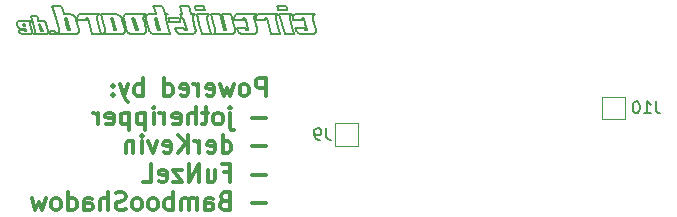
<source format=gbr>
%TF.GenerationSoftware,KiCad,Pcbnew,(6.0.7)*%
%TF.CreationDate,2022-09-12T19:31:41+02:00*%
%TF.ProjectId,Analog2HDMI,416e616c-6f67-4324-9844-4d492e6b6963,rev?*%
%TF.SameCoordinates,Original*%
%TF.FileFunction,Legend,Bot*%
%TF.FilePolarity,Positive*%
%FSLAX46Y46*%
G04 Gerber Fmt 4.6, Leading zero omitted, Abs format (unit mm)*
G04 Created by KiCad (PCBNEW (6.0.7)) date 2022-09-12 19:31:41*
%MOMM*%
%LPD*%
G01*
G04 APERTURE LIST*
%ADD10C,0.300000*%
%ADD11C,0.150000*%
%ADD12C,0.120000*%
G04 APERTURE END LIST*
D10*
X131859106Y-66227799D02*
X131859106Y-64727799D01*
X131287677Y-64727799D01*
X131144820Y-64799228D01*
X131073391Y-64870656D01*
X131001963Y-65013513D01*
X131001963Y-65227799D01*
X131073391Y-65370656D01*
X131144820Y-65442085D01*
X131287677Y-65513513D01*
X131859106Y-65513513D01*
X130144820Y-66227799D02*
X130287677Y-66156370D01*
X130359106Y-66084942D01*
X130430534Y-65942085D01*
X130430534Y-65513513D01*
X130359106Y-65370656D01*
X130287677Y-65299228D01*
X130144820Y-65227799D01*
X129930534Y-65227799D01*
X129787677Y-65299228D01*
X129716249Y-65370656D01*
X129644820Y-65513513D01*
X129644820Y-65942085D01*
X129716249Y-66084942D01*
X129787677Y-66156370D01*
X129930534Y-66227799D01*
X130144820Y-66227799D01*
X129144820Y-65227799D02*
X128859106Y-66227799D01*
X128573391Y-65513513D01*
X128287677Y-66227799D01*
X128001963Y-65227799D01*
X126859106Y-66156370D02*
X127001963Y-66227799D01*
X127287677Y-66227799D01*
X127430534Y-66156370D01*
X127501963Y-66013513D01*
X127501963Y-65442085D01*
X127430534Y-65299228D01*
X127287677Y-65227799D01*
X127001963Y-65227799D01*
X126859106Y-65299228D01*
X126787677Y-65442085D01*
X126787677Y-65584942D01*
X127501963Y-65727799D01*
X126144820Y-66227799D02*
X126144820Y-65227799D01*
X126144820Y-65513513D02*
X126073391Y-65370656D01*
X126001963Y-65299228D01*
X125859106Y-65227799D01*
X125716249Y-65227799D01*
X124644820Y-66156370D02*
X124787677Y-66227799D01*
X125073391Y-66227799D01*
X125216249Y-66156370D01*
X125287677Y-66013513D01*
X125287677Y-65442085D01*
X125216249Y-65299228D01*
X125073391Y-65227799D01*
X124787677Y-65227799D01*
X124644820Y-65299228D01*
X124573391Y-65442085D01*
X124573391Y-65584942D01*
X125287677Y-65727799D01*
X123287677Y-66227799D02*
X123287677Y-64727799D01*
X123287677Y-66156370D02*
X123430534Y-66227799D01*
X123716249Y-66227799D01*
X123859106Y-66156370D01*
X123930534Y-66084942D01*
X124001963Y-65942085D01*
X124001963Y-65513513D01*
X123930534Y-65370656D01*
X123859106Y-65299228D01*
X123716249Y-65227799D01*
X123430534Y-65227799D01*
X123287677Y-65299228D01*
X121430534Y-66227799D02*
X121430534Y-64727799D01*
X121430534Y-65299228D02*
X121287677Y-65227799D01*
X121001963Y-65227799D01*
X120859106Y-65299228D01*
X120787677Y-65370656D01*
X120716249Y-65513513D01*
X120716249Y-65942085D01*
X120787677Y-66084942D01*
X120859106Y-66156370D01*
X121001963Y-66227799D01*
X121287677Y-66227799D01*
X121430534Y-66156370D01*
X120216249Y-65227799D02*
X119859106Y-66227799D01*
X119501963Y-65227799D02*
X119859106Y-66227799D01*
X120001963Y-66584942D01*
X120073391Y-66656370D01*
X120216249Y-66727799D01*
X118930534Y-66084942D02*
X118859106Y-66156370D01*
X118930534Y-66227799D01*
X119001963Y-66156370D01*
X118930534Y-66084942D01*
X118930534Y-66227799D01*
X118930534Y-65299228D02*
X118859106Y-65370656D01*
X118930534Y-65442085D01*
X119001963Y-65370656D01*
X118930534Y-65299228D01*
X118930534Y-65442085D01*
X131859106Y-68071370D02*
X130716249Y-68071370D01*
X128859106Y-67642799D02*
X128859106Y-68928513D01*
X128930534Y-69071370D01*
X129073391Y-69142799D01*
X129144820Y-69142799D01*
X128859106Y-67142799D02*
X128930534Y-67214228D01*
X128859106Y-67285656D01*
X128787677Y-67214228D01*
X128859106Y-67142799D01*
X128859106Y-67285656D01*
X127930534Y-68642799D02*
X128073391Y-68571370D01*
X128144820Y-68499942D01*
X128216249Y-68357085D01*
X128216249Y-67928513D01*
X128144820Y-67785656D01*
X128073391Y-67714228D01*
X127930534Y-67642799D01*
X127716249Y-67642799D01*
X127573391Y-67714228D01*
X127501963Y-67785656D01*
X127430534Y-67928513D01*
X127430534Y-68357085D01*
X127501963Y-68499942D01*
X127573391Y-68571370D01*
X127716249Y-68642799D01*
X127930534Y-68642799D01*
X127001963Y-67642799D02*
X126430534Y-67642799D01*
X126787677Y-67142799D02*
X126787677Y-68428513D01*
X126716249Y-68571370D01*
X126573391Y-68642799D01*
X126430534Y-68642799D01*
X125930534Y-68642799D02*
X125930534Y-67142799D01*
X125287677Y-68642799D02*
X125287677Y-67857085D01*
X125359106Y-67714228D01*
X125501963Y-67642799D01*
X125716249Y-67642799D01*
X125859106Y-67714228D01*
X125930534Y-67785656D01*
X124001963Y-68571370D02*
X124144820Y-68642799D01*
X124430534Y-68642799D01*
X124573391Y-68571370D01*
X124644820Y-68428513D01*
X124644820Y-67857085D01*
X124573391Y-67714228D01*
X124430534Y-67642799D01*
X124144820Y-67642799D01*
X124001963Y-67714228D01*
X123930534Y-67857085D01*
X123930534Y-67999942D01*
X124644820Y-68142799D01*
X123287677Y-68642799D02*
X123287677Y-67642799D01*
X123287677Y-67928513D02*
X123216249Y-67785656D01*
X123144820Y-67714228D01*
X123001963Y-67642799D01*
X122859106Y-67642799D01*
X122359106Y-68642799D02*
X122359106Y-67642799D01*
X122359106Y-67142799D02*
X122430534Y-67214228D01*
X122359106Y-67285656D01*
X122287677Y-67214228D01*
X122359106Y-67142799D01*
X122359106Y-67285656D01*
X121644820Y-67642799D02*
X121644820Y-69142799D01*
X121644820Y-67714228D02*
X121501963Y-67642799D01*
X121216249Y-67642799D01*
X121073391Y-67714228D01*
X121001963Y-67785656D01*
X120930534Y-67928513D01*
X120930534Y-68357085D01*
X121001963Y-68499942D01*
X121073391Y-68571370D01*
X121216249Y-68642799D01*
X121501963Y-68642799D01*
X121644820Y-68571370D01*
X120287677Y-67642799D02*
X120287677Y-69142799D01*
X120287677Y-67714228D02*
X120144820Y-67642799D01*
X119859106Y-67642799D01*
X119716249Y-67714228D01*
X119644820Y-67785656D01*
X119573391Y-67928513D01*
X119573391Y-68357085D01*
X119644820Y-68499942D01*
X119716249Y-68571370D01*
X119859106Y-68642799D01*
X120144820Y-68642799D01*
X120287677Y-68571370D01*
X118359106Y-68571370D02*
X118501963Y-68642799D01*
X118787677Y-68642799D01*
X118930534Y-68571370D01*
X119001963Y-68428513D01*
X119001963Y-67857085D01*
X118930534Y-67714228D01*
X118787677Y-67642799D01*
X118501963Y-67642799D01*
X118359106Y-67714228D01*
X118287677Y-67857085D01*
X118287677Y-67999942D01*
X119001963Y-68142799D01*
X117644820Y-68642799D02*
X117644820Y-67642799D01*
X117644820Y-67928513D02*
X117573391Y-67785656D01*
X117501963Y-67714228D01*
X117359106Y-67642799D01*
X117216249Y-67642799D01*
X131859106Y-70486370D02*
X130716249Y-70486370D01*
X128216249Y-71057799D02*
X128216249Y-69557799D01*
X128216249Y-70986370D02*
X128359106Y-71057799D01*
X128644820Y-71057799D01*
X128787677Y-70986370D01*
X128859106Y-70914942D01*
X128930534Y-70772085D01*
X128930534Y-70343513D01*
X128859106Y-70200656D01*
X128787677Y-70129228D01*
X128644820Y-70057799D01*
X128359106Y-70057799D01*
X128216249Y-70129228D01*
X126930534Y-70986370D02*
X127073391Y-71057799D01*
X127359106Y-71057799D01*
X127501963Y-70986370D01*
X127573391Y-70843513D01*
X127573391Y-70272085D01*
X127501963Y-70129228D01*
X127359106Y-70057799D01*
X127073391Y-70057799D01*
X126930534Y-70129228D01*
X126859106Y-70272085D01*
X126859106Y-70414942D01*
X127573391Y-70557799D01*
X126216249Y-71057799D02*
X126216249Y-70057799D01*
X126216249Y-70343513D02*
X126144820Y-70200656D01*
X126073391Y-70129228D01*
X125930534Y-70057799D01*
X125787677Y-70057799D01*
X125287677Y-71057799D02*
X125287677Y-69557799D01*
X124430534Y-71057799D02*
X125073391Y-70200656D01*
X124430534Y-69557799D02*
X125287677Y-70414942D01*
X123216249Y-70986370D02*
X123359106Y-71057799D01*
X123644820Y-71057799D01*
X123787677Y-70986370D01*
X123859106Y-70843513D01*
X123859106Y-70272085D01*
X123787677Y-70129228D01*
X123644820Y-70057799D01*
X123359106Y-70057799D01*
X123216249Y-70129228D01*
X123144820Y-70272085D01*
X123144820Y-70414942D01*
X123859106Y-70557799D01*
X122644820Y-70057799D02*
X122287677Y-71057799D01*
X121930534Y-70057799D01*
X121359106Y-71057799D02*
X121359106Y-70057799D01*
X121359106Y-69557799D02*
X121430534Y-69629228D01*
X121359106Y-69700656D01*
X121287677Y-69629228D01*
X121359106Y-69557799D01*
X121359106Y-69700656D01*
X120644820Y-70057799D02*
X120644820Y-71057799D01*
X120644820Y-70200656D02*
X120573391Y-70129228D01*
X120430534Y-70057799D01*
X120216249Y-70057799D01*
X120073391Y-70129228D01*
X120001963Y-70272085D01*
X120001963Y-71057799D01*
X131859106Y-72901370D02*
X130716249Y-72901370D01*
X128359106Y-72687085D02*
X128859106Y-72687085D01*
X128859106Y-73472799D02*
X128859106Y-71972799D01*
X128144820Y-71972799D01*
X126930534Y-72472799D02*
X126930534Y-73472799D01*
X127573391Y-72472799D02*
X127573391Y-73258513D01*
X127501963Y-73401370D01*
X127359106Y-73472799D01*
X127144820Y-73472799D01*
X127001963Y-73401370D01*
X126930534Y-73329942D01*
X126216249Y-73472799D02*
X126216249Y-71972799D01*
X125359106Y-73472799D01*
X125359106Y-71972799D01*
X124787677Y-72472799D02*
X124001963Y-72472799D01*
X124787677Y-73472799D01*
X124001963Y-73472799D01*
X122859106Y-73401370D02*
X123001963Y-73472799D01*
X123287677Y-73472799D01*
X123430534Y-73401370D01*
X123501963Y-73258513D01*
X123501963Y-72687085D01*
X123430534Y-72544228D01*
X123287677Y-72472799D01*
X123001963Y-72472799D01*
X122859106Y-72544228D01*
X122787677Y-72687085D01*
X122787677Y-72829942D01*
X123501963Y-72972799D01*
X121430534Y-73472799D02*
X122144820Y-73472799D01*
X122144820Y-71972799D01*
X131859106Y-75316370D02*
X130716249Y-75316370D01*
X128359106Y-75102085D02*
X128144820Y-75173513D01*
X128073391Y-75244942D01*
X128001963Y-75387799D01*
X128001963Y-75602085D01*
X128073391Y-75744942D01*
X128144820Y-75816370D01*
X128287677Y-75887799D01*
X128859106Y-75887799D01*
X128859106Y-74387799D01*
X128359106Y-74387799D01*
X128216249Y-74459228D01*
X128144820Y-74530656D01*
X128073391Y-74673513D01*
X128073391Y-74816370D01*
X128144820Y-74959228D01*
X128216249Y-75030656D01*
X128359106Y-75102085D01*
X128859106Y-75102085D01*
X126716249Y-75887799D02*
X126716249Y-75102085D01*
X126787677Y-74959228D01*
X126930534Y-74887799D01*
X127216249Y-74887799D01*
X127359106Y-74959228D01*
X126716249Y-75816370D02*
X126859106Y-75887799D01*
X127216249Y-75887799D01*
X127359106Y-75816370D01*
X127430534Y-75673513D01*
X127430534Y-75530656D01*
X127359106Y-75387799D01*
X127216249Y-75316370D01*
X126859106Y-75316370D01*
X126716249Y-75244942D01*
X126001963Y-75887799D02*
X126001963Y-74887799D01*
X126001963Y-75030656D02*
X125930534Y-74959228D01*
X125787677Y-74887799D01*
X125573391Y-74887799D01*
X125430534Y-74959228D01*
X125359106Y-75102085D01*
X125359106Y-75887799D01*
X125359106Y-75102085D02*
X125287677Y-74959228D01*
X125144820Y-74887799D01*
X124930534Y-74887799D01*
X124787677Y-74959228D01*
X124716249Y-75102085D01*
X124716249Y-75887799D01*
X124001963Y-75887799D02*
X124001963Y-74387799D01*
X124001963Y-74959228D02*
X123859106Y-74887799D01*
X123573391Y-74887799D01*
X123430534Y-74959228D01*
X123359106Y-75030656D01*
X123287677Y-75173513D01*
X123287677Y-75602085D01*
X123359106Y-75744942D01*
X123430534Y-75816370D01*
X123573391Y-75887799D01*
X123859106Y-75887799D01*
X124001963Y-75816370D01*
X122430534Y-75887799D02*
X122573391Y-75816370D01*
X122644820Y-75744942D01*
X122716249Y-75602085D01*
X122716249Y-75173513D01*
X122644820Y-75030656D01*
X122573391Y-74959228D01*
X122430534Y-74887799D01*
X122216249Y-74887799D01*
X122073391Y-74959228D01*
X122001963Y-75030656D01*
X121930534Y-75173513D01*
X121930534Y-75602085D01*
X122001963Y-75744942D01*
X122073391Y-75816370D01*
X122216249Y-75887799D01*
X122430534Y-75887799D01*
X121073391Y-75887799D02*
X121216249Y-75816370D01*
X121287677Y-75744942D01*
X121359106Y-75602085D01*
X121359106Y-75173513D01*
X121287677Y-75030656D01*
X121216249Y-74959228D01*
X121073391Y-74887799D01*
X120859106Y-74887799D01*
X120716249Y-74959228D01*
X120644820Y-75030656D01*
X120573391Y-75173513D01*
X120573391Y-75602085D01*
X120644820Y-75744942D01*
X120716249Y-75816370D01*
X120859106Y-75887799D01*
X121073391Y-75887799D01*
X120001963Y-75816370D02*
X119787677Y-75887799D01*
X119430534Y-75887799D01*
X119287677Y-75816370D01*
X119216249Y-75744942D01*
X119144820Y-75602085D01*
X119144820Y-75459228D01*
X119216249Y-75316370D01*
X119287677Y-75244942D01*
X119430534Y-75173513D01*
X119716249Y-75102085D01*
X119859106Y-75030656D01*
X119930534Y-74959228D01*
X120001963Y-74816370D01*
X120001963Y-74673513D01*
X119930534Y-74530656D01*
X119859106Y-74459228D01*
X119716249Y-74387799D01*
X119359106Y-74387799D01*
X119144820Y-74459228D01*
X118501963Y-75887799D02*
X118501963Y-74387799D01*
X117859106Y-75887799D02*
X117859106Y-75102085D01*
X117930534Y-74959228D01*
X118073391Y-74887799D01*
X118287677Y-74887799D01*
X118430534Y-74959228D01*
X118501963Y-75030656D01*
X116501963Y-75887799D02*
X116501963Y-75102085D01*
X116573391Y-74959228D01*
X116716249Y-74887799D01*
X117001963Y-74887799D01*
X117144820Y-74959228D01*
X116501963Y-75816370D02*
X116644820Y-75887799D01*
X117001963Y-75887799D01*
X117144820Y-75816370D01*
X117216249Y-75673513D01*
X117216249Y-75530656D01*
X117144820Y-75387799D01*
X117001963Y-75316370D01*
X116644820Y-75316370D01*
X116501963Y-75244942D01*
X115144820Y-75887799D02*
X115144820Y-74387799D01*
X115144820Y-75816370D02*
X115287677Y-75887799D01*
X115573391Y-75887799D01*
X115716249Y-75816370D01*
X115787677Y-75744942D01*
X115859106Y-75602085D01*
X115859106Y-75173513D01*
X115787677Y-75030656D01*
X115716249Y-74959228D01*
X115573391Y-74887799D01*
X115287677Y-74887799D01*
X115144820Y-74959228D01*
X114216249Y-75887799D02*
X114359106Y-75816370D01*
X114430534Y-75744942D01*
X114501963Y-75602085D01*
X114501963Y-75173513D01*
X114430534Y-75030656D01*
X114359106Y-74959228D01*
X114216249Y-74887799D01*
X114001963Y-74887799D01*
X113859106Y-74959228D01*
X113787677Y-75030656D01*
X113716249Y-75173513D01*
X113716249Y-75602085D01*
X113787677Y-75744942D01*
X113859106Y-75816370D01*
X114001963Y-75887799D01*
X114216249Y-75887799D01*
X113216249Y-74887799D02*
X112930534Y-75887799D01*
X112644820Y-75173513D01*
X112359106Y-75887799D01*
X112073391Y-74887799D01*
D11*
%TO.C,J9*%
X136985333Y-68952380D02*
X136985333Y-69666666D01*
X137032952Y-69809523D01*
X137128190Y-69904761D01*
X137271047Y-69952380D01*
X137366285Y-69952380D01*
X136461523Y-69952380D02*
X136271047Y-69952380D01*
X136175809Y-69904761D01*
X136128190Y-69857142D01*
X136032952Y-69714285D01*
X135985333Y-69523809D01*
X135985333Y-69142857D01*
X136032952Y-69047619D01*
X136080571Y-69000000D01*
X136175809Y-68952380D01*
X136366285Y-68952380D01*
X136461523Y-69000000D01*
X136509142Y-69047619D01*
X136556761Y-69142857D01*
X136556761Y-69380952D01*
X136509142Y-69476190D01*
X136461523Y-69523809D01*
X136366285Y-69571428D01*
X136175809Y-69571428D01*
X136080571Y-69523809D01*
X136032952Y-69476190D01*
X135985333Y-69380952D01*
%TO.C,J10*%
X164893523Y-66681608D02*
X164893523Y-67395894D01*
X164941142Y-67538751D01*
X165036380Y-67633989D01*
X165179238Y-67681608D01*
X165274476Y-67681608D01*
X163893523Y-67681608D02*
X164464952Y-67681608D01*
X164179238Y-67681608D02*
X164179238Y-66681608D01*
X164274476Y-66824466D01*
X164369714Y-66919704D01*
X164464952Y-66967323D01*
X163274476Y-66681608D02*
X163179238Y-66681608D01*
X163084000Y-66729228D01*
X163036380Y-66776847D01*
X162988761Y-66872085D01*
X162941142Y-67062561D01*
X162941142Y-67300656D01*
X162988761Y-67491132D01*
X163036380Y-67586370D01*
X163084000Y-67633989D01*
X163179238Y-67681608D01*
X163274476Y-67681608D01*
X163369714Y-67633989D01*
X163417333Y-67586370D01*
X163464952Y-67491132D01*
X163512571Y-67300656D01*
X163512571Y-67062561D01*
X163464952Y-66872085D01*
X163417333Y-66776847D01*
X163369714Y-66729228D01*
X163274476Y-66681608D01*
%TO.C,REF\u002A\u002A*%
X124525663Y-59652849D02*
X124063853Y-59652849D01*
X126592978Y-58628817D02*
X126213861Y-58628817D01*
X114915522Y-59639373D02*
X114996683Y-59639373D01*
X133214733Y-58628817D02*
X132835615Y-58628817D01*
X120840295Y-60654436D02*
X120703350Y-60146904D01*
X125926406Y-58970525D02*
X126305304Y-58970525D01*
X112675602Y-60096151D02*
X112729418Y-60096151D01*
X126213861Y-58628817D02*
X125834962Y-58628817D01*
X124151796Y-59984495D02*
X124613824Y-59984495D01*
X112856738Y-60766880D02*
X112766170Y-60431516D01*
X118830296Y-59639373D02*
X118911676Y-59639373D01*
X115108471Y-60654436D02*
X114971307Y-60146904D01*
X125880684Y-58799671D02*
X125926406Y-58970525D01*
X118911676Y-59639373D02*
X119048622Y-60146904D01*
X114996683Y-59639373D02*
X115133629Y-60146904D01*
X112729418Y-60096151D02*
X112783015Y-60096151D01*
X126638700Y-58799671D02*
X126592978Y-58628817D01*
X111358645Y-60319727D02*
X111328456Y-60207939D01*
X122542276Y-59639373D02*
X122623437Y-59639373D01*
X132927058Y-58970525D02*
X133305957Y-58970525D01*
X115270794Y-60654436D02*
X115189633Y-60654436D01*
X126305304Y-58970525D02*
X126684203Y-58970525D01*
X133593631Y-58628817D02*
X133214733Y-58628817D01*
X120647346Y-59639373D02*
X120728726Y-59639373D01*
X125834962Y-58628817D02*
X125880684Y-58799671D01*
X114834361Y-59639373D02*
X114915522Y-59639373D01*
X112910554Y-60766880D02*
X112856738Y-60766880D01*
X123646014Y-59818672D02*
X123689986Y-59984495D01*
X111412461Y-60319727D02*
X111358645Y-60319727D01*
X120566185Y-59639373D02*
X120647346Y-59639373D01*
X122816168Y-60654436D02*
X122735007Y-60654436D01*
X115189633Y-60654436D02*
X115108471Y-60654436D01*
X133684855Y-58970525D02*
X133639134Y-58799671D01*
X111435869Y-60207939D02*
X111466058Y-60319727D01*
X122597842Y-60146904D02*
X122460896Y-59639373D01*
X122623437Y-59639373D02*
X122760383Y-60146904D01*
X123689986Y-59984495D02*
X124151796Y-59984495D01*
X133639134Y-58799671D02*
X133593631Y-58628817D01*
X132835615Y-58628817D02*
X132881337Y-58799671D01*
X122760383Y-60146904D02*
X122897329Y-60654436D01*
X112766170Y-60431516D02*
X112675602Y-60096151D01*
X119185568Y-60654436D02*
X119104407Y-60654436D01*
X120865672Y-60146904D02*
X121002618Y-60654436D01*
X114971307Y-60146904D02*
X114834361Y-59639373D01*
X112964151Y-60766880D02*
X112910554Y-60766880D01*
X112873583Y-60431516D02*
X112964151Y-60766880D01*
X120703350Y-60146904D02*
X120566185Y-59639373D01*
X122735007Y-60654436D02*
X122597842Y-60146904D01*
X132881337Y-58799671D02*
X132927058Y-58970525D01*
X118749135Y-59639373D02*
X118830296Y-59639373D01*
X124569634Y-59818672D02*
X124525663Y-59652849D01*
X111298485Y-60096151D02*
X111352082Y-60096151D01*
X115133629Y-60146904D02*
X115270794Y-60654436D01*
X123602043Y-59652849D02*
X123646014Y-59818672D01*
X119048622Y-60146904D02*
X119185568Y-60654436D01*
X119104407Y-60654436D02*
X119023245Y-60654436D01*
X126684203Y-58970525D02*
X126638700Y-58799671D01*
X111328456Y-60207939D02*
X111298485Y-60096151D01*
X122897329Y-60654436D02*
X122816168Y-60654436D01*
X120921457Y-60654436D02*
X120840295Y-60654436D01*
X120728726Y-59639373D02*
X120865672Y-60146904D01*
X124613824Y-59984495D02*
X124569634Y-59818672D01*
X111466058Y-60319727D02*
X111412461Y-60319727D01*
X118886299Y-60146904D02*
X118749135Y-59639373D01*
X111405679Y-60096151D02*
X111435869Y-60207939D01*
X124063853Y-59652849D02*
X123602043Y-59652849D01*
X133305957Y-58970525D02*
X133684855Y-58970525D01*
X112783015Y-60096151D02*
X112873583Y-60431516D01*
X121002618Y-60654436D02*
X120921457Y-60654436D01*
X119023245Y-60654436D02*
X118886299Y-60146904D01*
X111352082Y-60096151D02*
X111405679Y-60096151D01*
X122460896Y-59639373D02*
X122542276Y-59639373D01*
X113592440Y-60769287D02*
X113562251Y-60781537D01*
X121956865Y-60593619D02*
X122017572Y-60735536D01*
X122026213Y-60748942D01*
X113346331Y-60974924D02*
X113410210Y-60934672D01*
X134402181Y-60598126D02*
X134463265Y-60740043D01*
X134471967Y-60753449D01*
X118852391Y-60989363D02*
X119639065Y-60989363D01*
X125789460Y-60156443D02*
X125672859Y-59718259D01*
X126543756Y-59308953D02*
X126017630Y-59308953D01*
X135846239Y-59678663D02*
X135843614Y-59633817D01*
X120404956Y-60961142D02*
X120555827Y-60989252D01*
X120566185Y-60989363D01*
X122297698Y-60961142D02*
X122445079Y-60989114D01*
X122460896Y-60989363D01*
X115001934Y-59304446D02*
X114742917Y-59304446D01*
X123408361Y-59713752D02*
X123400704Y-59674156D01*
X130973062Y-60973525D02*
X131069537Y-60912708D01*
X125080666Y-60658943D02*
X124999504Y-60658943D01*
X117712852Y-59327853D02*
X117791606Y-59304446D01*
X131005221Y-59593127D02*
X131008502Y-59648036D01*
X124637451Y-59308953D02*
X124681422Y-59476307D01*
X112337612Y-60714377D02*
X112338050Y-60740191D01*
X119344390Y-59332229D02*
X119191930Y-59304693D01*
X119175505Y-59304446D01*
X133243391Y-60151411D02*
X133468498Y-60993870D01*
X117950648Y-60989363D02*
X117781543Y-60351667D01*
X127420342Y-60983807D02*
X127405029Y-60993870D01*
X123442269Y-59304446D02*
X123296792Y-59304446D01*
X129227110Y-59758949D02*
X129242205Y-59812984D01*
X114074814Y-60915639D02*
X114066501Y-60878668D01*
X117899894Y-59304446D02*
X118067249Y-59928578D01*
X131069537Y-60912708D02*
X131130353Y-60819734D01*
X111464964Y-60710877D02*
X111450526Y-60655092D01*
X129198233Y-59593127D02*
X129201734Y-59648036D01*
X120253134Y-60876043D02*
X120385493Y-60953636D01*
X120404956Y-60961142D01*
X134471967Y-60753449D02*
X134575403Y-60866151D01*
X134593380Y-60880550D01*
X112786296Y-59874762D02*
X112615223Y-59874762D01*
X131147198Y-60650630D02*
X131137135Y-60594626D01*
X135954527Y-59332360D02*
X136033063Y-59308953D01*
X135261703Y-60658943D02*
X135180542Y-60658943D01*
X129095196Y-59946649D02*
X128924342Y-59308953D01*
X126877152Y-59630316D02*
X126891590Y-59519185D01*
X125906279Y-60594626D02*
X125789460Y-60156443D01*
X124887716Y-59643880D02*
X125024662Y-60151411D01*
X123205348Y-58964268D02*
X123113905Y-58624310D01*
X119994774Y-59323916D02*
X119894581Y-59382326D01*
X121760634Y-60698407D02*
X121757352Y-60646123D01*
X114742917Y-59304446D02*
X114653224Y-58964268D01*
X113845112Y-60988269D02*
X114044187Y-60988269D01*
X121706380Y-59644404D02*
X121716444Y-59700408D01*
X125024662Y-60151411D02*
X125161827Y-60658943D01*
X128924342Y-59308953D02*
X128543693Y-59308953D01*
X130255737Y-60151411D02*
X130392683Y-60658943D01*
X121630469Y-60151936D02*
X121513650Y-59713752D01*
X118202007Y-60885450D02*
X118092844Y-60976018D01*
X124999504Y-60658943D02*
X124977409Y-60574500D01*
X133997906Y-59338923D02*
X134070754Y-59308953D01*
X111177728Y-60541116D02*
X111352082Y-60541116D01*
X122535276Y-59304446D02*
X122271447Y-59304446D01*
X114044187Y-60988269D02*
X114069344Y-60976674D01*
X128524879Y-60658943D02*
X128443718Y-60658943D01*
X118067249Y-59928578D02*
X118234821Y-60552929D01*
X121757352Y-60646123D02*
X121747070Y-60590119D01*
X127239206Y-59308953D02*
X127406560Y-59933085D01*
X126242738Y-60151411D02*
X126467845Y-60993870D01*
X128343743Y-59983838D02*
X128524879Y-60658943D01*
X111352082Y-60541116D02*
X111526437Y-60541116D01*
X119942052Y-60146904D02*
X120062153Y-60593619D01*
X112313986Y-60919577D02*
X112242012Y-60979300D01*
X129242205Y-59812984D02*
X129621322Y-59812984D01*
X134928526Y-59728322D02*
X134906431Y-59643880D01*
X112743856Y-60988269D02*
X113263857Y-60988269D01*
X111011249Y-60829228D02*
X111091535Y-60913452D01*
X118065717Y-60989363D02*
X118852391Y-60989363D01*
X115950930Y-59808477D02*
X116329828Y-59808477D01*
X126997253Y-59338923D02*
X127070102Y-59308953D01*
X125916343Y-60650630D02*
X125906279Y-60594626D01*
X114061250Y-59588620D02*
X114320047Y-60552929D01*
X129266050Y-60584563D02*
X129095196Y-59946649D01*
X116708727Y-59808477D02*
X116686850Y-59723815D01*
X121716444Y-59700408D02*
X121836545Y-60146904D01*
X116827297Y-59639373D02*
X117008433Y-60314477D01*
X113462713Y-60761411D02*
X113456150Y-60724440D01*
X116221540Y-59304446D02*
X116093345Y-59323916D01*
X135351396Y-60993870D02*
X135796361Y-60993870D01*
X124190736Y-60489838D02*
X124206049Y-60543873D01*
X111191947Y-60969455D02*
X111298485Y-60988269D01*
X115928397Y-59472675D02*
X115906958Y-59588620D01*
X124573134Y-60489838D02*
X124190736Y-60489838D01*
X125706548Y-59308953D02*
X125561070Y-59308953D01*
X119809919Y-60145154D02*
X119689818Y-59700408D01*
X117791606Y-59304446D02*
X117006683Y-59304446D01*
X128181420Y-59983838D02*
X128000503Y-59308953D01*
X124718612Y-59308953D02*
X124637451Y-59308953D01*
X129956249Y-59643880D02*
X130037411Y-59643880D01*
X129284645Y-59386833D02*
X129219891Y-59477182D01*
X129203484Y-60912708D02*
X129262987Y-60819734D01*
X119829827Y-59472675D02*
X119808388Y-59588620D01*
X119808388Y-59588620D02*
X119811669Y-59643529D01*
X125469627Y-58968775D02*
X125378403Y-58628817D01*
X113552187Y-60818290D02*
X113555031Y-60843447D01*
X129803990Y-60489838D02*
X129421591Y-60489838D01*
X131033879Y-59758949D02*
X131049192Y-59812984D01*
X126879558Y-59676038D02*
X126877152Y-59630316D01*
X121703099Y-59592120D02*
X121706380Y-59644404D01*
X113456150Y-60724440D02*
X113376739Y-60430422D01*
X132287613Y-60993870D02*
X132668261Y-60993870D01*
X122735007Y-58624310D02*
X122356108Y-58624310D01*
X128543693Y-59308953D02*
X128162826Y-59308953D01*
X113376739Y-60430422D02*
X113297328Y-60136404D01*
X113563344Y-60878668D02*
X113598565Y-60960923D01*
X121582998Y-60969018D02*
X121679473Y-60908201D01*
X128443718Y-60658943D02*
X128362557Y-60658943D01*
X135843614Y-59633817D02*
X135856303Y-59516559D01*
X124290929Y-60753449D02*
X124394303Y-60866151D01*
X124412343Y-60880550D01*
X114150724Y-60989363D02*
X114937617Y-60989363D01*
X129451999Y-60598126D02*
X129513083Y-60740043D01*
X129521785Y-60753449D01*
X130230360Y-60658943D02*
X130208484Y-60574500D01*
X118082562Y-60979300D02*
X118065717Y-60989363D01*
X110965308Y-60726628D02*
X111011249Y-60829228D01*
X132702826Y-59678663D02*
X132700419Y-59633817D01*
X121456115Y-60989363D02*
X121582998Y-60969018D01*
X134987592Y-59643880D02*
X135068754Y-59643880D01*
X115945898Y-60908201D02*
X116008027Y-60815227D01*
X113646037Y-60988269D02*
X113845112Y-60988269D01*
X125919843Y-60702914D02*
X125916343Y-60650630D01*
X121614281Y-59327853D02*
X121693036Y-59304446D01*
X124564384Y-60965649D02*
X124715072Y-60993759D01*
X124725394Y-60993870D01*
X133887868Y-59718259D02*
X133880211Y-59676038D01*
X124725394Y-60993870D02*
X125170359Y-60993870D01*
X133849147Y-60993870D02*
X134229795Y-60993870D01*
X128978376Y-60993870D02*
X129107228Y-60973525D01*
X117602157Y-59629310D02*
X117614846Y-59512052D01*
X115575313Y-59409233D02*
X115440320Y-59335844D01*
X115425679Y-59330697D01*
X129201734Y-59648036D02*
X129211797Y-59704915D01*
X114323329Y-60613964D02*
X114314277Y-60772267D01*
X114287014Y-60885450D01*
X134170073Y-59477182D02*
X134148415Y-59593127D01*
X119894581Y-59382326D02*
X119829827Y-59472675D01*
X113977026Y-60769287D02*
X113784733Y-60769287D01*
X111479403Y-60766880D02*
X111464964Y-60710877D01*
X120122970Y-59304446D02*
X119994774Y-59323916D01*
X134192387Y-59812984D02*
X134571504Y-59812984D01*
X113263857Y-60988269D02*
X113346331Y-60974924D01*
X111524249Y-59874762D02*
X111005561Y-59874762D01*
X117189350Y-60989363D02*
X117569999Y-60989363D01*
X135923244Y-60973525D02*
X136019719Y-60912708D01*
X125899498Y-60819734D02*
X125919843Y-60702914D01*
X131008502Y-59648036D02*
X131018565Y-59704915D01*
X127541318Y-60889957D02*
X127432155Y-60980525D01*
X122026213Y-60748942D02*
X122128510Y-60861644D01*
X122146314Y-60876043D01*
X114320047Y-60552929D02*
X114322454Y-60575024D01*
X114287014Y-60885450D02*
X114177851Y-60976018D01*
X113165413Y-59944110D02*
X113066532Y-59892045D01*
X124999286Y-58628817D02*
X124620387Y-58628817D01*
X111919555Y-60119121D02*
X111917805Y-60089369D01*
X112224074Y-60988269D02*
X112743856Y-60988269D01*
X116329828Y-59808477D02*
X116708727Y-59808477D01*
X121503587Y-59629310D02*
X121516275Y-59512052D01*
X110852864Y-59920046D02*
X110801892Y-60055899D01*
X125378403Y-58628817D02*
X124999286Y-58628817D01*
X111005561Y-59874762D02*
X110859421Y-59914562D01*
X110852864Y-59920046D01*
X128000503Y-59308953D02*
X127619854Y-59308953D01*
X131925559Y-59643880D02*
X132106476Y-60318984D01*
X125615324Y-60993870D02*
X125742207Y-60973525D01*
X127406560Y-59933085D02*
X127574133Y-60557436D01*
X121011150Y-60989363D02*
X121456115Y-60989363D01*
X122460896Y-60989363D02*
X123103842Y-60989363D01*
X136087317Y-60594626D02*
X135970716Y-60156443D01*
X110958964Y-60457767D02*
X111092822Y-60531267D01*
X111177728Y-60541116D01*
X130118572Y-59643880D02*
X130255737Y-60151411D01*
X118238322Y-60613964D02*
X118229188Y-60772267D01*
X118202007Y-60885450D01*
X123746788Y-60989363D02*
X123577465Y-60351667D01*
X125561070Y-59308953D02*
X125469627Y-58968775D01*
X118537590Y-59304446D02*
X117899894Y-59304446D01*
X136100880Y-60702914D02*
X136097380Y-60650630D01*
X116093345Y-59323916D02*
X115993151Y-59382326D01*
X135853896Y-59718259D02*
X135846239Y-59678663D01*
X122356108Y-58624310D02*
X122445583Y-58964268D01*
X112074440Y-60873199D02*
X112087784Y-60795976D01*
X132700419Y-59633817D02*
X132713108Y-59516559D01*
X118092844Y-60976018D02*
X118082562Y-60979300D01*
X130944185Y-59408709D02*
X131004345Y-59332360D01*
X123587747Y-59304446D02*
X123442269Y-59304446D01*
X115260731Y-59304446D02*
X115001934Y-59304446D01*
X130186388Y-60489838D02*
X129803990Y-60489838D01*
X125662577Y-59633817D02*
X125675265Y-59516559D01*
X111951276Y-59940829D02*
X111990872Y-59890076D01*
X135248140Y-59308953D02*
X134463216Y-59308953D01*
X121516275Y-59512052D02*
X121554340Y-59404202D01*
X119821732Y-59700408D02*
X119942052Y-60146904D01*
X119639065Y-60989363D02*
X119765948Y-60969018D01*
X130037411Y-59643880D02*
X130118572Y-59643880D01*
X132668261Y-60993870D02*
X133048910Y-60993870D01*
X120062153Y-60593619D02*
X120123186Y-60735536D01*
X120131939Y-60748942D01*
X115425679Y-59330697D02*
X115276843Y-59304676D01*
X115260731Y-59304446D01*
X136097380Y-60650630D02*
X136087317Y-60594626D01*
X112164789Y-60062680D02*
X112335862Y-60699938D01*
X113802234Y-58624310D02*
X114061250Y-59588620D01*
X130311521Y-60658943D02*
X130230360Y-60658943D01*
X124710080Y-58968775D02*
X124799773Y-59308953D01*
X113464901Y-60795976D02*
X113462713Y-60761411D01*
X120131939Y-60748942D02*
X120235158Y-60861644D01*
X120253134Y-60876043D01*
X115895145Y-60145154D02*
X115775044Y-59700408D01*
X125852026Y-59308953D02*
X125706548Y-59308953D01*
X121740289Y-60815227D02*
X121760634Y-60698407D01*
X134754172Y-60489838D02*
X134371773Y-60489838D01*
X130208484Y-60574500D02*
X130186388Y-60489838D01*
X111556626Y-60653998D02*
X111586816Y-60766880D01*
X129219891Y-59477182D02*
X129198233Y-59593127D01*
X132710482Y-59718259D02*
X132702826Y-59678663D01*
X120566185Y-60989363D02*
X121011150Y-60989363D01*
X113066532Y-59892045D02*
X112957369Y-59874762D01*
X131763017Y-59643880D02*
X131844398Y-59643880D01*
X128191702Y-60993870D02*
X128978376Y-60993870D01*
X124221144Y-60598126D02*
X124282176Y-60740043D01*
X124290929Y-60753449D01*
X110955245Y-60690750D02*
X110965308Y-60726628D01*
X116686850Y-59723815D02*
X116664755Y-59639373D01*
X113562251Y-60781537D02*
X113552187Y-60818290D01*
X129436686Y-60543873D02*
X129451999Y-60598126D01*
X123400704Y-59674156D02*
X123398298Y-59629310D01*
X133892243Y-59519185D02*
X133935340Y-59415491D01*
X119940302Y-60646123D02*
X119930020Y-60590119D01*
X134058722Y-60356174D02*
X133887868Y-59718259D01*
X121554340Y-59404202D02*
X121614281Y-59327853D01*
X113451337Y-60873199D02*
X113464901Y-60795976D01*
X123410986Y-59512052D02*
X123449051Y-59404202D01*
X117781543Y-60351667D02*
X117612220Y-59713752D01*
X114177851Y-60976018D02*
X114166038Y-60979300D01*
X114029748Y-60796632D02*
X113977026Y-60769287D01*
X117614846Y-59512052D02*
X117652910Y-59404202D01*
X129278738Y-60644723D02*
X129266050Y-60584563D01*
X131049192Y-59812984D02*
X131428090Y-59812984D01*
X135068754Y-59643880D02*
X135205918Y-60151411D01*
X134463216Y-59308953D02*
X134335021Y-59328423D01*
X112033968Y-60934672D02*
X112074440Y-60873199D01*
X130401214Y-60993870D02*
X130846179Y-60993870D01*
X115724291Y-60989363D02*
X115848986Y-60969018D01*
X124620387Y-58628817D02*
X124710080Y-58968775D01*
X134386868Y-60543873D02*
X134402181Y-60598126D01*
X116015246Y-60590119D02*
X115895145Y-60145154D01*
X111592503Y-60988269D02*
X111886522Y-60988269D01*
X131018565Y-59704915D02*
X131033879Y-59758949D01*
X113555031Y-60843447D02*
X113563344Y-60878668D01*
X116664755Y-59639373D02*
X116745917Y-59639373D01*
X131026659Y-59477182D02*
X131005221Y-59593127D01*
X125742207Y-60973525D02*
X125838463Y-60912708D01*
X112078815Y-60724440D02*
X112001591Y-60434797D01*
X130392683Y-60658943D02*
X130311521Y-60658943D01*
X112001591Y-60434797D02*
X111924368Y-60145373D01*
X132879587Y-60356174D02*
X132710482Y-59718259D01*
X111886522Y-60988269D02*
X111970308Y-60974924D01*
X111197854Y-60655092D02*
X110945182Y-60655092D01*
X131130353Y-60819734D02*
X131150698Y-60702914D01*
X112234137Y-60981487D02*
X112224074Y-60988269D01*
X114563531Y-58624310D02*
X114182883Y-58624310D01*
X126887215Y-59718259D02*
X126879558Y-59676038D01*
X134070754Y-59308953D02*
X133544628Y-59308953D01*
X115935616Y-59754442D02*
X115950930Y-59808477D01*
X129421591Y-60489838D02*
X129436686Y-60543873D01*
X134234827Y-59386833D02*
X134170073Y-59477182D01*
X119862422Y-60908201D02*
X119923239Y-60815227D01*
X113598565Y-60960923D02*
X113646037Y-60988269D01*
X120908112Y-59304446D02*
X120122970Y-59304446D01*
X127058288Y-60356174D02*
X126887215Y-59718259D01*
X121513650Y-59713752D02*
X121505993Y-59674156D01*
X113410210Y-60934672D02*
X113451337Y-60873199D01*
X112496872Y-59425422D02*
X112245294Y-59425422D01*
X127619854Y-59308953D02*
X127239206Y-59308953D01*
X129621322Y-59812984D02*
X130000221Y-59812984D01*
X111917805Y-60089369D02*
X111926118Y-60012146D01*
X129107228Y-60973525D02*
X129203484Y-60912708D01*
X119498619Y-59416015D02*
X119364458Y-59339705D01*
X119344390Y-59332229D01*
X117569999Y-60989363D02*
X117950648Y-60989363D01*
X127070102Y-59308953D02*
X126543756Y-59308953D01*
X119811669Y-59643529D02*
X119821732Y-59700408D01*
X135796361Y-60993870D02*
X135923244Y-60973525D01*
X127405029Y-60993870D02*
X128191702Y-60993870D01*
X111450526Y-60655092D02*
X111197854Y-60655092D01*
X134177292Y-59758949D02*
X134192387Y-59812984D01*
X126848494Y-60993870D02*
X127229143Y-60993870D01*
X111526437Y-60541116D02*
X111556626Y-60653998D01*
X114066501Y-60878668D02*
X114029748Y-60796632D01*
X127432155Y-60980525D02*
X127420342Y-60983807D01*
X133048910Y-60993870D02*
X132879587Y-60356174D01*
X129384839Y-59328423D02*
X129284645Y-59386833D01*
X129262987Y-60819734D02*
X129282895Y-60702914D01*
X123103842Y-60989363D02*
X123746788Y-60989363D01*
X132713108Y-59516559D02*
X132751173Y-59408709D01*
X134745202Y-60965649D02*
X134896073Y-60993759D01*
X134906431Y-60993870D01*
X125170359Y-60993870D02*
X125615324Y-60993870D01*
X131082882Y-59308953D02*
X130297958Y-59308953D01*
X111993716Y-59425422D02*
X112164789Y-60062680D01*
X127576758Y-60579531D02*
X127577633Y-60618471D01*
X116028810Y-60698407D02*
X116025309Y-60646123D01*
X130896057Y-59678663D02*
X130893432Y-59633817D01*
X127574133Y-60557436D02*
X127576758Y-60579531D01*
X125713330Y-59408709D02*
X125773490Y-59332360D01*
X123398298Y-59629310D02*
X123410986Y-59512052D01*
X115775044Y-59700408D02*
X115716281Y-59561047D01*
X115701321Y-59537866D01*
X134906431Y-60993870D02*
X135351396Y-60993870D01*
X134335021Y-59328423D02*
X134234827Y-59386833D01*
X134593380Y-60880550D02*
X134725739Y-60958143D01*
X134745202Y-60965649D01*
X126017630Y-59308953D02*
X126242738Y-60151411D01*
X134950403Y-59812984D02*
X134928526Y-59728322D01*
X133468498Y-60993870D02*
X133849147Y-60993870D01*
X132751173Y-59408709D02*
X132811114Y-59332360D01*
X114322454Y-60575024D02*
X114323329Y-60613964D01*
X112335862Y-60699938D02*
X112337612Y-60714377D01*
X131806989Y-59812984D02*
X131784894Y-59728322D01*
X136019719Y-60912708D02*
X136080535Y-60819734D01*
X112245294Y-59425422D02*
X111993716Y-59425422D01*
X119175505Y-59304446D02*
X118537590Y-59304446D01*
X133935340Y-59415491D02*
X133997906Y-59338923D01*
X133018283Y-59308953D02*
X133243391Y-60151411D01*
X135856303Y-59516559D02*
X135894367Y-59408709D01*
X121505993Y-59674156D02*
X121503587Y-59629310D01*
X117008433Y-60314477D02*
X117189350Y-60989363D01*
X124412343Y-60880550D02*
X124544858Y-60958143D01*
X124564384Y-60965649D01*
X135894367Y-59408709D02*
X135954527Y-59332360D01*
X121784260Y-59383857D02*
X121723225Y-59475738D01*
X136080535Y-60819734D02*
X136100880Y-60702914D01*
X123113905Y-58624310D02*
X122735007Y-58624310D01*
X130846179Y-60993870D02*
X130973062Y-60973525D01*
X121747070Y-60590119D02*
X121630469Y-60151936D01*
X131428090Y-59812984D02*
X131806989Y-59812984D01*
X125773490Y-59332360D02*
X125852026Y-59308953D01*
X130000221Y-59812984D02*
X129978344Y-59728322D01*
X112615223Y-59874762D02*
X112556157Y-59650092D01*
X121723225Y-59475738D02*
X121703099Y-59592120D01*
X126934687Y-59415491D02*
X126997253Y-59338923D01*
X124806555Y-59643880D02*
X124887716Y-59643880D01*
X134906431Y-59643880D02*
X134987592Y-59643880D01*
X121880735Y-59324353D02*
X121784260Y-59383857D01*
X132889869Y-59308953D02*
X132104726Y-59308953D01*
X131784894Y-59728322D02*
X131763017Y-59643880D01*
X110801892Y-60055899D02*
X110808017Y-60125247D01*
X127577633Y-60618471D02*
X127568499Y-60776774D01*
X127541318Y-60889957D01*
X134571504Y-59812984D02*
X134950403Y-59812984D01*
X118237447Y-60575024D02*
X118238322Y-60613964D01*
X130893432Y-59633817D02*
X130906121Y-59516559D01*
X119930020Y-60590119D02*
X119809919Y-60145154D01*
X115910240Y-59643529D02*
X115920303Y-59700408D01*
X114653224Y-58964268D02*
X114563531Y-58624310D01*
X112085596Y-60761411D02*
X112078815Y-60724440D01*
X129643199Y-60880550D02*
X129775557Y-60958143D01*
X129795020Y-60965649D01*
X116745917Y-59639373D02*
X116827297Y-59639373D01*
X117652910Y-59404202D02*
X117712852Y-59327853D01*
X125675265Y-59516559D02*
X125713330Y-59408709D01*
X126891590Y-59519185D02*
X126934687Y-59415491D01*
X131020534Y-60156443D02*
X130903714Y-59718259D01*
X132106476Y-60318984D02*
X132287613Y-60993870D01*
X119689818Y-59700408D02*
X119631599Y-59561082D01*
X119620032Y-59543117D01*
X110808017Y-60125247D02*
X110826612Y-60207939D01*
X125838463Y-60912708D02*
X125899498Y-60819734D01*
X121836545Y-60146904D02*
X121956865Y-60593619D01*
X113297328Y-60136404D02*
X113248762Y-60029209D01*
X129513034Y-59308953D02*
X129384839Y-59328423D01*
X114166038Y-60979300D02*
X114150724Y-60989363D01*
X115701321Y-59537866D02*
X115598462Y-59427082D01*
X115575313Y-59409233D01*
X128162826Y-59308953D02*
X128343743Y-59983838D01*
X121679473Y-60908201D02*
X121740289Y-60815227D01*
X124725394Y-59643880D02*
X124806555Y-59643880D01*
X129978344Y-59728322D02*
X129956249Y-59643880D01*
X135342864Y-60658943D02*
X135261703Y-60658943D01*
X116008027Y-60815227D02*
X116028810Y-60698407D01*
X131319803Y-59308953D02*
X131191607Y-59328423D01*
X126467845Y-60993870D02*
X126848494Y-60993870D01*
X124955314Y-60489838D02*
X124573134Y-60489838D01*
X131150698Y-60702914D02*
X131147198Y-60650630D01*
X133544628Y-59308953D02*
X133018283Y-59308953D01*
X110826612Y-60207939D02*
X110882041Y-60353608D01*
X110958964Y-60457767D01*
X124977409Y-60574500D02*
X124955314Y-60489838D01*
X130297958Y-59308953D02*
X129513034Y-59308953D01*
X123508992Y-59327853D02*
X123587747Y-59304446D01*
X114937617Y-60989363D02*
X115724291Y-60989363D01*
X135136570Y-60489838D02*
X134754172Y-60489838D01*
X115906958Y-59588620D02*
X115910240Y-59643529D01*
X117604564Y-59674156D02*
X117602157Y-59629310D01*
X114069344Y-60976674D02*
X114077657Y-60941453D01*
X114077657Y-60941453D02*
X114074814Y-60915639D01*
X136033063Y-59308953D02*
X135248140Y-59308953D01*
X122445583Y-58964268D02*
X122535276Y-59304446D01*
X131191607Y-59328423D02*
X131091413Y-59386833D01*
X113784733Y-60769287D02*
X113592440Y-60769287D01*
X134161979Y-59704915D02*
X134177292Y-59758949D01*
X115848986Y-60969018D02*
X115945898Y-60908201D01*
X111091535Y-60913452D02*
X111191947Y-60969455D01*
X124206049Y-60543873D02*
X124221144Y-60598126D01*
X135180542Y-60658943D02*
X135158666Y-60574500D01*
X112556157Y-59650092D02*
X112496872Y-59425422D01*
X125665202Y-59678663D02*
X125662577Y-59633817D01*
X111970308Y-60974924D02*
X112033968Y-60934672D01*
X127229143Y-60993870D02*
X127058288Y-60356174D01*
X112042938Y-59874762D02*
X111524249Y-59874762D01*
X129956249Y-60993870D02*
X130401214Y-60993870D01*
X112957369Y-59874762D02*
X112786296Y-59874762D01*
X129795020Y-60965649D02*
X129945891Y-60993759D01*
X129956249Y-60993870D01*
X128362557Y-60658943D02*
X128181420Y-59983838D01*
X111533218Y-60766880D02*
X111479403Y-60766880D01*
X131004345Y-59332360D02*
X131082882Y-59308953D01*
X135158666Y-60574500D02*
X135136570Y-60489838D01*
X112087784Y-60795976D02*
X112085596Y-60761411D01*
X121693036Y-59304446D02*
X120908112Y-59304446D01*
X112242012Y-60979300D02*
X112234137Y-60981487D01*
X111298485Y-60988269D02*
X111592503Y-60988269D01*
X122007618Y-59304446D02*
X121880735Y-59324353D01*
X119943584Y-60698407D02*
X119940302Y-60646123D01*
X134148415Y-59593127D02*
X134151916Y-59648036D01*
X119620032Y-59543117D02*
X119516657Y-59430269D01*
X119498619Y-59416015D01*
X117006683Y-59304446D02*
X116221540Y-59304446D01*
X122271447Y-59304446D02*
X122007618Y-59304446D01*
X118234821Y-60552929D02*
X118237447Y-60575024D01*
X111926118Y-60012146D02*
X111951276Y-59940829D01*
X125161827Y-60658943D02*
X125080666Y-60658943D01*
X133877805Y-59630316D02*
X133892243Y-59519185D01*
X134229795Y-60993870D02*
X134058722Y-60356174D01*
X122146314Y-60876043D02*
X122278111Y-60953636D01*
X122297698Y-60961142D01*
X133880211Y-59676038D02*
X133877805Y-59630316D01*
X124799773Y-59308953D02*
X124718612Y-59308953D01*
X125672859Y-59718259D02*
X125665202Y-59678663D01*
X115920303Y-59700408D02*
X115935616Y-59754442D01*
X111990872Y-59890076D02*
X112042938Y-59874762D01*
X132104726Y-59308953D02*
X131319803Y-59308953D01*
X134151916Y-59648036D02*
X134161979Y-59704915D01*
X119923239Y-60815227D02*
X119943584Y-60698407D01*
X111924368Y-60145373D02*
X111919555Y-60119121D01*
X135970716Y-60156443D02*
X135853896Y-59718259D01*
X134371773Y-60489838D02*
X134386868Y-60543873D01*
X119765948Y-60969018D02*
X119862422Y-60908201D01*
X113248762Y-60029209D02*
X113165413Y-59944110D01*
X130903714Y-59718259D02*
X130896057Y-59678663D01*
X114182883Y-58624310D02*
X113802234Y-58624310D01*
X130906121Y-59516559D02*
X130944185Y-59408709D01*
X135205918Y-60151411D02*
X135342864Y-60658943D01*
X123449051Y-59404202D02*
X123508992Y-59327853D01*
X115993151Y-59382326D02*
X115928397Y-59472675D01*
X129282895Y-60702914D02*
X129278738Y-60644723D01*
X116025309Y-60646123D02*
X116015246Y-60590119D01*
X123577465Y-60351667D02*
X123408361Y-59713752D01*
X131091413Y-59386833D02*
X131026659Y-59477182D01*
X129211797Y-59704915D02*
X129227110Y-59758949D01*
X117612220Y-59713752D02*
X117604564Y-59674156D01*
X123296792Y-59304446D02*
X123205348Y-58964268D01*
X111586816Y-60766880D02*
X111533218Y-60766880D01*
X124681422Y-59476307D02*
X124725394Y-59643880D01*
X132811114Y-59332360D02*
X132889869Y-59308953D01*
X131844398Y-59643880D02*
X131925559Y-59643880D01*
X112338050Y-60740191D02*
X112323332Y-60890563D01*
X112313986Y-60919577D01*
X131137135Y-60594626D02*
X131020534Y-60156443D01*
X129521785Y-60753449D02*
X129625222Y-60866151D01*
X129643199Y-60880550D01*
X110945182Y-60655092D02*
X110955245Y-60690750D01*
D12*
%TO.C,J9*%
X137734000Y-70450000D02*
X139634000Y-70450000D01*
X139634000Y-68550000D02*
X137734000Y-68550000D01*
X137734000Y-68550000D02*
X137734000Y-70450000D01*
X139634000Y-70450000D02*
X139634000Y-68550000D01*
%TO.C,J10*%
X160340000Y-68179228D02*
X162240000Y-68179228D01*
X162240000Y-66279228D02*
X160340000Y-66279228D01*
X160340000Y-66279228D02*
X160340000Y-68179228D01*
X162240000Y-68179228D02*
X162240000Y-66279228D01*
%TD*%
M02*

</source>
